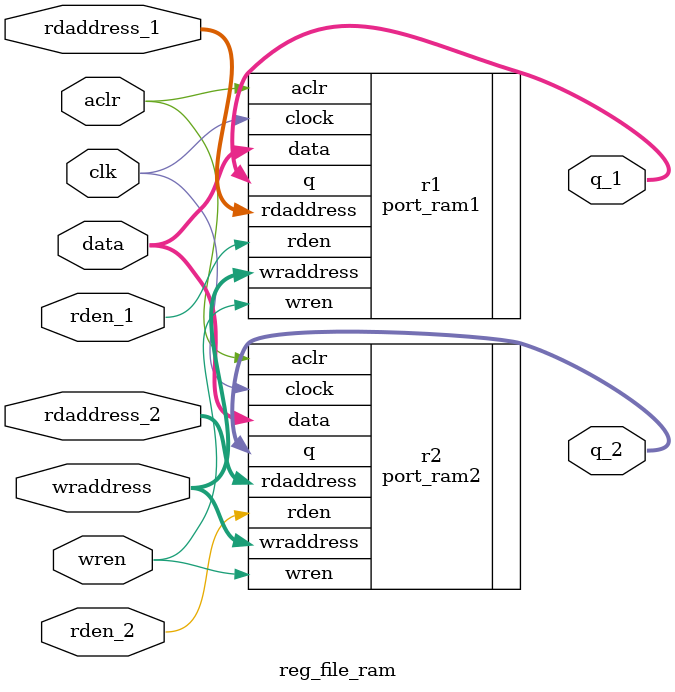
<source format=v>
module reg_file_ram(
input	  		 clk, aclr,
input	  		 wren,
input	[3:0]  wraddress,
input	[7:0]  data,

input	  		 rden_1, rden_2,
input	[3:0]  rdaddress_1, rdaddress_2,
output[7:0]  q_1, q_2
);
port_ram1 r1 (
	.clock(clk),
	.aclr(aclr),
	
	.wren(wren),
	.wraddress(wraddress),
	.data(data),
	
	.rden(rden_1),
	.rdaddress(rdaddress_1),
	.q(q_1));
	
port_ram2 r2 (
	.clock(clk),
	.aclr(aclr),
	
	.wren(wren),
	.wraddress(wraddress),
	.data(data),
	
	.rden(rden_2),
	.rdaddress(rdaddress_2),
	.q(q_2));

endmodule

</source>
